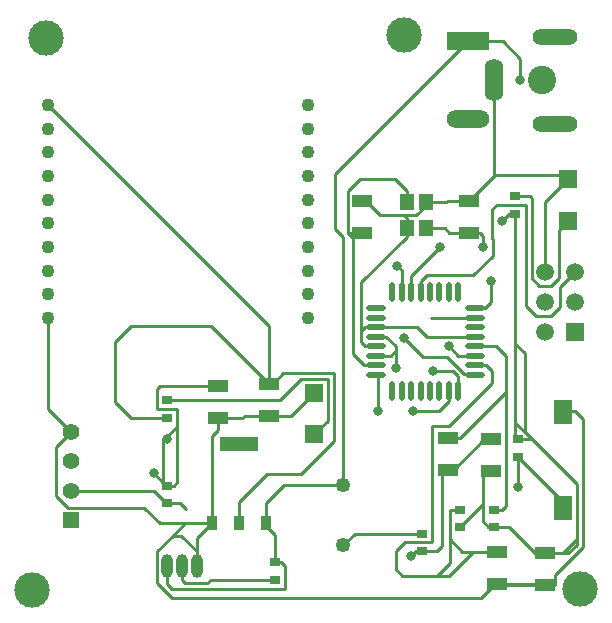
<source format=gtl>
G04*
G04 #@! TF.GenerationSoftware,Altium Limited,Altium Designer,20.2.3 (150)*
G04*
G04 Layer_Physical_Order=1*
G04 Layer_Color=255*
%FSLAX25Y25*%
%MOIN*%
G70*
G04*
G04 #@! TF.SameCoordinates,2D8D508D-747A-419C-BB13-FC6C21BFBE3A*
G04*
G04*
G04 #@! TF.FilePolarity,Positive*
G04*
G01*
G75*
%ADD14C,0.01000*%
%ADD18R,0.05906X0.07874*%
%ADD19R,0.03543X0.03150*%
%ADD20R,0.06693X0.04331*%
%ADD21R,0.03543X0.02756*%
%ADD22R,0.05906X0.05906*%
%ADD23O,0.06496X0.02165*%
%ADD24O,0.02165X0.06496*%
%ADD25R,0.04528X0.05512*%
%ADD26R,0.03740X0.05118*%
%ADD27R,0.12795X0.05118*%
%ADD41R,0.14173X0.06299*%
G04:AMPARAMS|DCode=42|XSize=62.99mil|YSize=141.73mil|CornerRadius=31.5mil|HoleSize=0mil|Usage=FLASHONLY|Rotation=270.000|XOffset=0mil|YOffset=0mil|HoleType=Round|Shape=RoundedRectangle|*
%AMROUNDEDRECTD42*
21,1,0.06299,0.07874,0,0,270.0*
21,1,0.00000,0.14173,0,0,270.0*
1,1,0.06299,-0.03937,0.00000*
1,1,0.06299,-0.03937,0.00000*
1,1,0.06299,0.03937,0.00000*
1,1,0.06299,0.03937,0.00000*
%
%ADD42ROUNDEDRECTD42*%
G04:AMPARAMS|DCode=43|XSize=141.73mil|YSize=62.99mil|CornerRadius=31.5mil|HoleSize=0mil|Usage=FLASHONLY|Rotation=270.000|XOffset=0mil|YOffset=0mil|HoleType=Round|Shape=RoundedRectangle|*
%AMROUNDEDRECTD43*
21,1,0.14173,0.00000,0,0,270.0*
21,1,0.07874,0.06299,0,0,270.0*
1,1,0.06299,0.00000,-0.03937*
1,1,0.06299,0.00000,0.03937*
1,1,0.06299,0.00000,0.03937*
1,1,0.06299,0.00000,-0.03937*
%
%ADD43ROUNDEDRECTD43*%
%ADD44C,0.09449*%
G04:AMPARAMS|DCode=45|XSize=55.12mil|YSize=149.61mil|CornerRadius=27.56mil|HoleSize=0mil|Usage=FLASHONLY|Rotation=270.000|XOffset=0mil|YOffset=0mil|HoleType=Round|Shape=RoundedRectangle|*
%AMROUNDEDRECTD45*
21,1,0.05512,0.09449,0,0,270.0*
21,1,0.00000,0.14961,0,0,270.0*
1,1,0.05512,-0.04724,0.00000*
1,1,0.05512,-0.04724,0.00000*
1,1,0.05512,0.04724,0.00000*
1,1,0.05512,0.04724,0.00000*
%
%ADD45ROUNDEDRECTD45*%
%ADD52C,0.05575*%
%ADD53R,0.05575X0.05575*%
%ADD54C,0.11811*%
%ADD55C,0.04331*%
%ADD56O,0.03937X0.07874*%
%ADD57O,0.03937X0.07874*%
%ADD58C,0.05906*%
%ADD59C,0.04921*%
%ADD60C,0.03150*%
D14*
X150977Y79199D02*
X154312D01*
X145282Y84894D02*
X150977Y79199D01*
X137106Y84894D02*
X145282D01*
X154312Y79199D02*
X154535Y78976D01*
X131000Y91000D02*
X137106Y84894D01*
X140700Y80000D02*
X147348D01*
X128200Y87000D02*
Y88375D01*
Y81100D02*
Y87000D01*
X121465Y85276D02*
X126476D01*
X128200Y87000D01*
X188500Y22300D02*
Y24000D01*
Y42400D01*
X173447Y57453D02*
X188500Y42400D01*
X171200Y59700D02*
X173447Y57453D01*
X168000Y62900D02*
X171200Y59700D01*
X168000Y62900D02*
Y89200D01*
Y57453D02*
Y62900D01*
X184000Y19500D02*
X185700D01*
X157154Y35701D02*
Y45020D01*
Y30000D02*
Y35701D01*
X55300Y43000D02*
Y61600D01*
X50728Y57028D02*
X55300Y61600D01*
X50728Y42831D02*
X51606Y41953D01*
X47500Y46059D02*
X50728Y42831D01*
X160858Y145173D02*
X161185Y145500D01*
X184000Y66700D02*
X188000D01*
X181200Y8870D02*
Y12100D01*
X162000Y8870D02*
X178000D01*
X160970D02*
X162000D01*
X143700Y21945D02*
Y47185D01*
X62000Y20000D02*
Y24327D01*
Y15000D02*
Y20000D01*
X57811Y29311D02*
X66984D01*
X53800Y25300D02*
X57811Y29311D01*
X48500Y20000D02*
X53800Y25300D01*
X164900Y73055D02*
Y85225D01*
Y73000D02*
Y73055D01*
Y35000D02*
Y73000D01*
X164845D02*
X164900Y73055D01*
X146200Y24000D02*
Y33756D01*
Y16000D02*
Y24000D01*
X142000Y11800D02*
X146000D01*
X130300D02*
X142000D01*
X122400Y66700D02*
Y78976D01*
X168900Y41400D02*
Y51547D01*
X51606Y57513D02*
X52000D01*
X51606Y41953D02*
X52000D01*
X169000Y57453D02*
X173447D01*
X185700Y19500D02*
X188500Y22300D01*
X49658Y29311D02*
X57811D01*
X15000Y38500D02*
Y54843D01*
X20000Y59843D01*
X48500Y9600D02*
X53600Y4500D01*
X48500Y9600D02*
Y20000D01*
X169700Y177000D02*
Y184292D01*
X160000Y103024D02*
Y110000D01*
X158000Y101024D02*
X160000Y103024D01*
X139826Y97874D02*
X154535D01*
X146200Y33756D02*
X149500D01*
X142000Y11800D02*
X146200Y16000D01*
X128100Y14000D02*
Y20000D01*
X131100Y23000D01*
X140300D01*
Y61800D02*
X146000D01*
X160200Y76000D01*
X161700Y88425D02*
X164900Y85225D01*
X145500Y57815D02*
X149660D01*
X62000Y24327D02*
X66984Y29311D01*
X125000Y91575D02*
X128200Y88375D01*
X48700Y67500D02*
X55300D01*
X54253Y41953D02*
X55300Y43000D01*
X52000Y41953D02*
X54253D01*
X145874Y70000D02*
Y73465D01*
X142574Y66700D02*
X145874Y70000D01*
X133800Y66700D02*
X142574D01*
X88000Y16453D02*
Y25638D01*
X91016Y42000D02*
X110500D01*
X164000Y189992D02*
X169700Y184292D01*
X108000Y127400D02*
X110500Y124900D01*
X108000Y127400D02*
Y145795D01*
X163500Y130200D02*
X165847Y132547D01*
X174500Y19500D02*
X178000D01*
X165756Y28244D02*
X174500Y19500D01*
X157154Y30000D02*
X158909Y28244D01*
X149500D02*
X149697D01*
X157154Y45020D02*
X158819Y46685D01*
X177685Y9185D02*
X178000Y8870D01*
X66984Y58584D02*
X69000Y60600D01*
X178000Y8870D02*
X181200D01*
Y12100D02*
X190500Y21400D01*
Y64200D01*
X184000Y66642D02*
Y66700D01*
X69000Y64370D02*
X77000D01*
X12386Y67457D02*
X20000Y59843D01*
X12386Y67457D02*
Y97878D01*
X134800Y20047D02*
X137000D01*
X141802D01*
X143700Y21945D01*
X145500Y47185D02*
X147600D01*
X157730Y57315D02*
X160000D01*
X184000Y145500D02*
X185500Y144000D01*
X160858Y145173D02*
Y177000D01*
X145484Y136815D02*
X152500D01*
X138150Y135099D02*
Y136331D01*
X118200Y136815D02*
X123015Y132000D01*
X130850D02*
X131850Y131000D01*
X123015Y132000D02*
X130850D01*
X117000Y136815D02*
X118200D01*
X131850Y124800D02*
Y127669D01*
X116700Y109650D02*
X131850Y124800D01*
X118000Y94724D02*
X121465D01*
X116700Y89725D02*
Y93424D01*
Y89725D02*
X118000Y88425D01*
X121465Y94724D02*
X135276D01*
X138425Y91575D01*
X154535D01*
X128600Y115200D02*
X130126Y113674D01*
X133276Y111800D02*
X142900Y121424D01*
X110500Y22000D02*
X114453Y25953D01*
X145800Y88400D02*
X148924Y85276D01*
X34600Y69947D02*
X40000Y64547D01*
Y95130D02*
X66685D01*
X86000Y75815D02*
Y95130D01*
X12386Y168744D02*
X86000Y95130D01*
X87200Y75815D02*
X90728Y79343D01*
X107453D01*
X96600Y45800D02*
X107453Y56653D01*
X76000Y36600D02*
X85200Y45800D01*
X161000Y33756D02*
X163656D01*
X164900Y35000D01*
X154535Y88425D02*
X161700D01*
X154015Y19815D02*
X162000D01*
X160200Y76000D02*
Y80000D01*
X158074Y82126D02*
X160200Y80000D01*
X117600Y82126D02*
X121465D01*
X131850Y136331D02*
Y140000D01*
X112100Y126185D02*
X117000D01*
X112100D02*
Y140000D01*
X116100Y144000D02*
X127850D01*
X131850Y140000D01*
X156215Y126185D02*
X157400Y125000D01*
X138150Y127669D02*
X144500D01*
X96547Y77343D02*
X105453D01*
Y63563D02*
Y77343D01*
X101000Y59110D02*
X105453Y63563D01*
X160400Y124100D02*
X160500Y124000D01*
X160400Y124100D02*
Y134000D01*
X161900Y135500D02*
X171500D01*
X174800Y98500D02*
X180000D01*
X183000Y101500D01*
Y108000D01*
X184000Y34358D02*
Y36547D01*
X172922Y138453D02*
X173500Y137875D01*
Y111000D02*
Y137875D01*
Y111000D02*
X176000Y108500D01*
X180000D01*
X182500Y127220D02*
X185500Y130220D01*
X51606Y36047D02*
X52000D01*
X47496Y40158D02*
X51606Y36047D01*
X20000Y40158D02*
X47496D01*
X65400Y9500D02*
X66447Y10547D01*
X88000D01*
X149660Y57815D02*
X164845Y73000D01*
X164900D01*
X49700Y75000D02*
X69000D01*
X152500Y136815D02*
X160858Y145173D01*
X130850Y132000D02*
X135050D01*
X116700Y93424D02*
X118000Y94724D01*
X116700Y93424D02*
Y109650D01*
X150385Y19815D02*
X154015D01*
X188000Y66700D02*
X190500Y64200D01*
X143700Y47185D02*
X145500D01*
X114453Y25953D02*
X137000D01*
X148924Y85276D02*
X154535D01*
X149024Y73465D02*
Y78324D01*
X147348Y80000D02*
X149024Y78324D01*
X121465Y78976D02*
X122400D01*
X157400Y121500D02*
Y125000D01*
X152500Y126185D02*
X156215D01*
X52000Y70453D02*
X89657D01*
X96547Y77343D01*
X168000Y138453D02*
X172922D01*
X180000Y108500D02*
X182500Y111000D01*
Y127220D01*
X154535Y101024D02*
X158000D01*
X52000Y36047D02*
X56199D01*
X58246Y34000D01*
X139800Y97900D02*
X139826Y97874D01*
X112100Y140000D02*
X116100Y144000D01*
X114000Y85726D02*
X117600Y82126D01*
X114000Y85726D02*
Y124285D01*
X112100Y126185D02*
X114000Y124285D01*
X146200Y24000D02*
X150385Y19815D01*
X40000Y64547D02*
X52000D01*
X34600Y69947D02*
Y89730D01*
X40000Y95130D01*
X66685D02*
X86000Y75815D01*
X118000Y88425D02*
X121465D01*
X135050Y132000D02*
X138150Y135099D01*
X131850Y127669D02*
Y131000D01*
X161185Y145500D02*
X184000D01*
X133121Y18368D02*
X134800Y20047D01*
X158909Y28244D02*
X161000D01*
X158819Y46685D02*
X160000D01*
X168000Y57453D02*
X169000D01*
X121465Y91575D02*
X125000D01*
X110500Y42000D02*
Y124900D01*
X108000Y145795D02*
X152197Y189992D01*
X50728Y42831D02*
Y57028D01*
X55300Y61600D02*
Y67500D01*
X48700D02*
Y74000D01*
X49700Y75000D01*
X85016Y28622D02*
X88000Y25638D01*
X85016Y28622D02*
Y29311D01*
X15000Y38500D02*
X18898Y34602D01*
X44366D01*
X49658Y29311D01*
X58000Y9500D02*
X65400D01*
X57000Y10500D02*
X58000Y9500D01*
X57000Y10500D02*
Y15000D01*
X88000Y16453D02*
X90000D01*
X91300Y15153D01*
Y7500D02*
Y15153D01*
X53500Y7500D02*
X91300D01*
X52000Y9000D02*
X53500Y7500D01*
X52000Y9000D02*
Y15000D01*
X161000Y28244D02*
X165756D01*
X168900Y51547D02*
X169000D01*
X183000Y108000D02*
X188000Y113000D01*
X171500Y101800D02*
X174800Y98500D01*
X171500Y101800D02*
Y135500D01*
X160400Y134000D02*
X161900Y135500D01*
X160500Y118500D02*
Y124000D01*
X154000Y112000D02*
X160500Y118500D01*
X138425Y112000D02*
X154000D01*
X136425Y110000D02*
X138425Y112000D01*
X136425Y106535D02*
Y110000D01*
X156600Y4500D02*
X160970Y8870D01*
X53600Y4500D02*
X156600D01*
X53800Y25300D02*
X56700D01*
X62000Y20000D01*
X154535Y82126D02*
X158074D01*
X140300Y23000D02*
Y61800D01*
X128100Y14000D02*
X130300Y11800D01*
X146000D02*
X154015Y19815D01*
X152197Y189992D02*
X164000D01*
X169000Y51547D02*
X184000Y36547D01*
X178000Y19500D02*
X184000D01*
X188500Y24000D01*
X171200Y59700D02*
Y86000D01*
X168000Y89200D02*
X171200Y86000D01*
X168000Y89200D02*
Y132547D01*
X85016Y29311D02*
Y36000D01*
X91016Y42000D01*
X165847Y132547D02*
X168000D01*
X149697Y28244D02*
X157154Y35701D01*
X66984Y29311D02*
Y58584D01*
X69000Y60600D02*
Y64370D01*
X77000D02*
X77815Y65185D01*
X86000D01*
X162000Y9185D02*
X177685D01*
X86000Y65185D02*
X93295D01*
X101000Y72890D01*
X178000Y113000D02*
Y136500D01*
X185500Y144000D01*
X147600Y47185D02*
X157730Y57315D01*
X145000Y136331D02*
X145484Y136815D01*
X138150Y136331D02*
X145000D01*
X130126Y106535D02*
Y113674D01*
X133276Y106535D02*
Y111800D01*
X86000Y75815D02*
X87200D01*
X107453Y56653D02*
Y79343D01*
X85200Y45800D02*
X96600D01*
X76000Y29311D02*
Y36600D01*
X145984Y126185D02*
X152500D01*
X144500Y127669D02*
X145984Y126185D01*
D18*
X184000Y34358D02*
D03*
Y66642D02*
D03*
D19*
X149500Y33756D02*
D03*
Y28244D02*
D03*
X161000Y33756D02*
D03*
Y28244D02*
D03*
D20*
X145500Y57815D02*
D03*
Y47185D02*
D03*
X162000Y19815D02*
D03*
Y9185D02*
D03*
X178000Y8870D02*
D03*
Y19500D02*
D03*
X160000Y57315D02*
D03*
Y46685D02*
D03*
X152500Y136815D02*
D03*
Y126185D02*
D03*
X117000Y136815D02*
D03*
Y126185D02*
D03*
X86000Y75815D02*
D03*
Y65185D02*
D03*
X69000Y75000D02*
D03*
Y64370D02*
D03*
D21*
X169000Y51547D02*
D03*
Y57453D02*
D03*
X137000Y20047D02*
D03*
Y25953D02*
D03*
X88000Y10547D02*
D03*
Y16453D02*
D03*
X52000Y36047D02*
D03*
Y41953D02*
D03*
Y64547D02*
D03*
Y70453D02*
D03*
X168000Y132547D02*
D03*
Y138453D02*
D03*
D22*
X185500Y130220D02*
D03*
Y144000D02*
D03*
X101000Y59110D02*
D03*
Y72890D02*
D03*
X188000Y93000D02*
D03*
D23*
X121465Y101024D02*
D03*
Y97874D02*
D03*
Y94724D02*
D03*
Y91575D02*
D03*
Y88425D02*
D03*
Y85276D02*
D03*
Y82126D02*
D03*
Y78976D02*
D03*
X154535D02*
D03*
Y82126D02*
D03*
Y85276D02*
D03*
Y88425D02*
D03*
Y91575D02*
D03*
Y94724D02*
D03*
Y97874D02*
D03*
Y101024D02*
D03*
D24*
X126976Y73465D02*
D03*
X130126D02*
D03*
X133276D02*
D03*
X136425D02*
D03*
X139575D02*
D03*
X142724D02*
D03*
X145874D02*
D03*
X149024D02*
D03*
Y106535D02*
D03*
X145874D02*
D03*
X142724D02*
D03*
X139575D02*
D03*
X136425D02*
D03*
X133276D02*
D03*
X130126D02*
D03*
X126976D02*
D03*
D25*
X138150Y127669D02*
D03*
Y136331D02*
D03*
X131850D02*
D03*
Y127669D02*
D03*
D26*
X66984Y29311D02*
D03*
X76000D02*
D03*
X85016D02*
D03*
D27*
X76000Y55689D02*
D03*
D41*
X152197Y189992D02*
D03*
D42*
Y164008D02*
D03*
D43*
X160858Y177000D02*
D03*
D44*
X177000D02*
D03*
D45*
X181331Y191567D02*
D03*
Y162433D02*
D03*
D52*
X20000Y59843D02*
D03*
Y50000D02*
D03*
Y40158D02*
D03*
D53*
Y30315D02*
D03*
D54*
X131000Y192000D02*
D03*
X189500Y7500D02*
D03*
X7000Y7000D02*
D03*
X11500Y191000D02*
D03*
D55*
X12386Y168744D02*
D03*
Y160870D02*
D03*
Y152996D02*
D03*
Y145122D02*
D03*
Y137248D02*
D03*
Y129374D02*
D03*
Y121500D02*
D03*
Y113626D02*
D03*
Y105752D02*
D03*
Y97878D02*
D03*
X99000D02*
D03*
Y105752D02*
D03*
Y113626D02*
D03*
Y121500D02*
D03*
Y129374D02*
D03*
Y137248D02*
D03*
Y145122D02*
D03*
Y152996D02*
D03*
Y160870D02*
D03*
Y168744D02*
D03*
D56*
X62000Y15000D02*
D03*
X52000D02*
D03*
D57*
X57000D02*
D03*
D58*
X178000Y93000D02*
D03*
X188000Y103000D02*
D03*
X178000D02*
D03*
X188000Y113000D02*
D03*
X178000D02*
D03*
D59*
X110500Y22000D02*
D03*
Y42000D02*
D03*
D60*
X140700Y80000D02*
D03*
X131000Y91000D02*
D03*
X47500Y46059D02*
D03*
X52000Y57513D02*
D03*
X128200Y81100D02*
D03*
X169700Y177000D02*
D03*
X160000Y110000D02*
D03*
X133800Y66700D02*
D03*
X163500Y130200D02*
D03*
X133121Y18368D02*
D03*
X128600Y115200D02*
D03*
X142900Y121424D02*
D03*
X145800Y88400D02*
D03*
X122400Y66700D02*
D03*
X157400Y121500D02*
D03*
X168900Y41400D02*
D03*
M02*

</source>
